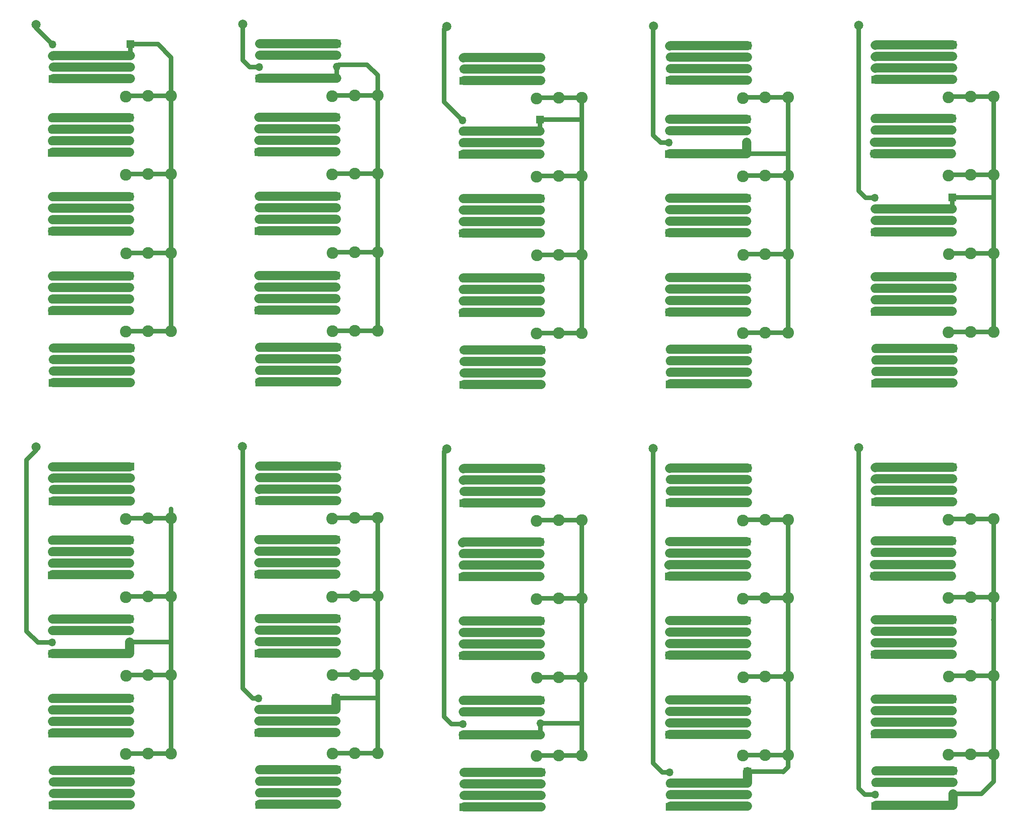
<source format=gbr>
%TF.GenerationSoftware,KiCad,Pcbnew,7.0.2*%
%TF.CreationDate,2023-05-17T16:33:11+02:00*%
%TF.ProjectId,78_1x39_1mm Solr tile,37382c31-7833-4392-9c31-6d6d20536f6c,rev?*%
%TF.SameCoordinates,Original*%
%TF.FileFunction,Copper,L2,Bot*%
%TF.FilePolarity,Positive*%
%FSLAX46Y46*%
G04 Gerber Fmt 4.6, Leading zero omitted, Abs format (unit mm)*
G04 Created by KiCad (PCBNEW 7.0.2) date 2023-05-17 16:33:11*
%MOMM*%
%LPD*%
G01*
G04 APERTURE LIST*
%TA.AperFunction,ComponentPad*%
%ADD10C,2.000000*%
%TD*%
%TA.AperFunction,ComponentPad*%
%ADD11R,1.700000X1.700000*%
%TD*%
%TA.AperFunction,ComponentPad*%
%ADD12O,1.700000X1.700000*%
%TD*%
%TA.AperFunction,ComponentPad*%
%ADD13C,2.600000*%
%TD*%
%TA.AperFunction,Conductor*%
%ADD14C,1.000000*%
%TD*%
%TA.AperFunction,Conductor*%
%ADD15C,2.000000*%
%TD*%
G04 APERTURE END LIST*
D10*
%TO.P,REF\u002A\u002A,1*%
%TO.N,N/C*%
X22520000Y-109770000D03*
%TD*%
%TO.P,REF\u002A\u002A,1*%
%TO.N,N/C*%
X68080000Y-109660000D03*
%TD*%
%TO.P,REF\u002A\u002A,1*%
%TO.N,N/C*%
X113170000Y-110190000D03*
%TD*%
%TO.P,REF\u002A\u002A,1*%
%TO.N,N/C*%
X158760000Y-110060000D03*
%TD*%
%TO.P,REF\u002A\u002A,1*%
%TO.N,N/C*%
X204110000Y-16620000D03*
%TD*%
%TO.P,REF\u002A\u002A,1*%
%TO.N,N/C*%
X158770000Y-16770000D03*
%TD*%
%TO.P,REF\u002A\u002A,1*%
%TO.N,N/C*%
X113210000Y-16880000D03*
%TD*%
%TO.P,REF\u002A\u002A,1*%
%TO.N,N/C*%
X68100000Y-16360000D03*
%TD*%
%TO.P,REF\u002A\u002A,1*%
%TO.N,N/C*%
X204130000Y-109950000D03*
%TD*%
D11*
%TO.P,REF\u002A\u002A,1*%
%TO.N,N/C*%
X43120000Y-130350000D03*
D12*
%TO.P,REF\u002A\u002A,2*%
X43120000Y-132890000D03*
%TO.P,REF\u002A\u002A,3*%
X43120000Y-135430000D03*
%TO.P,REF\u002A\u002A,4*%
X43120000Y-137970000D03*
%TD*%
D11*
%TO.P,REF\u002A\u002A,1*%
%TO.N,N/C*%
X25990000Y-138090000D03*
D12*
%TO.P,REF\u002A\u002A,2*%
X25990000Y-135550000D03*
%TO.P,REF\u002A\u002A,3*%
X25990000Y-133010000D03*
%TO.P,REF\u002A\u002A,4*%
X25990000Y-130470000D03*
%TD*%
D11*
%TO.P,REF\u002A\u002A,1*%
%TO.N,N/C*%
X43290000Y-114070000D03*
D12*
%TO.P,REF\u002A\u002A,2*%
X43290000Y-116610000D03*
%TO.P,REF\u002A\u002A,3*%
X43290000Y-119150000D03*
%TO.P,REF\u002A\u002A,4*%
X43290000Y-121690000D03*
%TD*%
D11*
%TO.P,REF\u002A\u002A,1*%
%TO.N,N/C*%
X26160000Y-121810000D03*
D12*
%TO.P,REF\u002A\u002A,2*%
X26160000Y-119270000D03*
%TO.P,REF\u002A\u002A,3*%
X26160000Y-116730000D03*
%TO.P,REF\u002A\u002A,4*%
X26160000Y-114190000D03*
%TD*%
D11*
%TO.P,REF\u002A\u002A,1*%
%TO.N,N/C*%
X26050000Y-155500000D03*
D12*
%TO.P,REF\u002A\u002A,2*%
X26050000Y-152960000D03*
%TO.P,REF\u002A\u002A,3*%
X26050000Y-150420000D03*
%TO.P,REF\u002A\u002A,4*%
X26050000Y-147880000D03*
%TD*%
D13*
%TO.P,REF\u002A\u002A,1*%
%TO.N,N/C*%
X233924448Y-142946015D03*
X228844448Y-142946015D03*
%TD*%
D11*
%TO.P,REF\u002A\u002A,1*%
%TO.N,N/C*%
X207754448Y-121966015D03*
D12*
%TO.P,REF\u002A\u002A,2*%
X207754448Y-119426015D03*
%TO.P,REF\u002A\u002A,3*%
X207754448Y-116886015D03*
%TO.P,REF\u002A\u002A,4*%
X207754448Y-114346015D03*
%TD*%
D13*
%TO.P,REF\u002A\u002A,1*%
%TO.N,N/C*%
X233924448Y-125646015D03*
X228844448Y-125646015D03*
%TD*%
%TO.P,REF\u002A\u002A,1*%
%TO.N,N/C*%
X223884448Y-125836015D03*
%TD*%
%TO.P,REF\u002A\u002A,1*%
%TO.N,N/C*%
X233924448Y-160326015D03*
X228844448Y-160326015D03*
%TD*%
%TO.P,REF\u002A\u002A,1*%
%TO.N,N/C*%
X223934448Y-177726015D03*
%TD*%
D11*
%TO.P,REF\u002A\u002A,1*%
%TO.N,N/C*%
X224754448Y-165476015D03*
D12*
%TO.P,REF\u002A\u002A,2*%
X224754448Y-168016015D03*
%TO.P,REF\u002A\u002A,3*%
X224754448Y-170556015D03*
%TO.P,REF\u002A\u002A,4*%
X224754448Y-173096015D03*
%TD*%
D11*
%TO.P,REF\u002A\u002A,1*%
%TO.N,N/C*%
X207624448Y-173216015D03*
D12*
%TO.P,REF\u002A\u002A,2*%
X207624448Y-170676015D03*
%TO.P,REF\u002A\u002A,3*%
X207624448Y-168136015D03*
%TO.P,REF\u002A\u002A,4*%
X207624448Y-165596015D03*
%TD*%
D13*
%TO.P,REF\u002A\u002A,1*%
%TO.N,N/C*%
X233924448Y-177626015D03*
X228844448Y-177626015D03*
%TD*%
%TO.P,REF\u002A\u002A,1*%
%TO.N,N/C*%
X223884448Y-143096015D03*
%TD*%
%TO.P,REF\u002A\u002A,1*%
%TO.N,N/C*%
X223994448Y-160436015D03*
%TD*%
D11*
%TO.P,REF\u002A\u002A,1*%
%TO.N,N/C*%
X116824448Y-122236015D03*
D12*
%TO.P,REF\u002A\u002A,2*%
X116824448Y-119696015D03*
%TO.P,REF\u002A\u002A,3*%
X116824448Y-117156015D03*
%TO.P,REF\u002A\u002A,4*%
X116824448Y-114616015D03*
%TD*%
D11*
%TO.P,REF\u002A\u002A,1*%
%TO.N,N/C*%
X133784448Y-130776015D03*
D12*
%TO.P,REF\u002A\u002A,2*%
X133784448Y-133316015D03*
%TO.P,REF\u002A\u002A,3*%
X133784448Y-135856015D03*
%TO.P,REF\u002A\u002A,4*%
X133784448Y-138396015D03*
%TD*%
D11*
%TO.P,REF\u002A\u002A,1*%
%TO.N,N/C*%
X116654448Y-138516015D03*
D12*
%TO.P,REF\u002A\u002A,2*%
X116654448Y-135976015D03*
%TO.P,REF\u002A\u002A,3*%
X116654448Y-133436015D03*
%TO.P,REF\u002A\u002A,4*%
X116654448Y-130896015D03*
%TD*%
D11*
%TO.P,REF\u002A\u002A,1*%
%TO.N,N/C*%
X133954448Y-114496015D03*
D12*
%TO.P,REF\u002A\u002A,2*%
X133954448Y-117036015D03*
%TO.P,REF\u002A\u002A,3*%
X133954448Y-119576015D03*
%TO.P,REF\u002A\u002A,4*%
X133954448Y-122116015D03*
%TD*%
D11*
%TO.P,REF\u002A\u002A,1*%
%TO.N,N/C*%
X207584448Y-138246015D03*
D12*
%TO.P,REF\u002A\u002A,2*%
X207584448Y-135706015D03*
%TO.P,REF\u002A\u002A,3*%
X207584448Y-133166015D03*
%TO.P,REF\u002A\u002A,4*%
X207584448Y-130626015D03*
%TD*%
D11*
%TO.P,REF\u002A\u002A,1*%
%TO.N,N/C*%
X207764448Y-189066015D03*
D12*
%TO.P,REF\u002A\u002A,2*%
X207764448Y-186526015D03*
%TO.P,REF\u002A\u002A,3*%
X207764448Y-183986015D03*
%TO.P,REF\u002A\u002A,4*%
X207764448Y-181446015D03*
%TD*%
D11*
%TO.P,REF\u002A\u002A,1*%
%TO.N,N/C*%
X224774448Y-147916015D03*
D12*
%TO.P,REF\u002A\u002A,2*%
X224774448Y-150456015D03*
%TO.P,REF\u002A\u002A,3*%
X224774448Y-152996015D03*
%TO.P,REF\u002A\u002A,4*%
X224774448Y-155536015D03*
%TD*%
D11*
%TO.P,REF\u002A\u002A,1*%
%TO.N,N/C*%
X224714448Y-130506015D03*
D12*
%TO.P,REF\u002A\u002A,2*%
X224714448Y-133046015D03*
%TO.P,REF\u002A\u002A,3*%
X224714448Y-135586015D03*
%TO.P,REF\u002A\u002A,4*%
X224714448Y-138126015D03*
%TD*%
D11*
%TO.P,REF\u002A\u002A,1*%
%TO.N,N/C*%
X224894448Y-181326015D03*
D12*
%TO.P,REF\u002A\u002A,2*%
X224894448Y-183866015D03*
%TO.P,REF\u002A\u002A,3*%
X224894448Y-186406015D03*
%TO.P,REF\u002A\u002A,4*%
X224894448Y-188946015D03*
%TD*%
D11*
%TO.P,REF\u002A\u002A,1*%
%TO.N,N/C*%
X224884448Y-114226015D03*
D12*
%TO.P,REF\u002A\u002A,2*%
X224884448Y-116766015D03*
%TO.P,REF\u002A\u002A,3*%
X224884448Y-119306015D03*
%TO.P,REF\u002A\u002A,4*%
X224884448Y-121846015D03*
%TD*%
D11*
%TO.P,REF\u002A\u002A,1*%
%TO.N,N/C*%
X207644448Y-155656015D03*
D12*
%TO.P,REF\u002A\u002A,2*%
X207644448Y-153116015D03*
%TO.P,REF\u002A\u002A,3*%
X207644448Y-150576015D03*
%TO.P,REF\u002A\u002A,4*%
X207644448Y-148036015D03*
%TD*%
D11*
%TO.P,REF\u002A\u002A,1*%
%TO.N,N/C*%
X179524448Y-114386015D03*
D12*
%TO.P,REF\u002A\u002A,2*%
X179524448Y-116926015D03*
%TO.P,REF\u002A\u002A,3*%
X179524448Y-119466015D03*
%TO.P,REF\u002A\u002A,4*%
X179524448Y-122006015D03*
%TD*%
D11*
%TO.P,REF\u002A\u002A,1*%
%TO.N,N/C*%
X162404448Y-189226015D03*
D12*
%TO.P,REF\u002A\u002A,2*%
X162404448Y-186686015D03*
%TO.P,REF\u002A\u002A,3*%
X162404448Y-184146015D03*
%TO.P,REF\u002A\u002A,4*%
X162404448Y-181606015D03*
%TD*%
D11*
%TO.P,REF\u002A\u002A,1*%
%TO.N,N/C*%
X179534448Y-181486015D03*
D12*
%TO.P,REF\u002A\u002A,2*%
X179534448Y-184026015D03*
%TO.P,REF\u002A\u002A,3*%
X179534448Y-186566015D03*
%TO.P,REF\u002A\u002A,4*%
X179534448Y-189106015D03*
%TD*%
D11*
%TO.P,REF\u002A\u002A,1*%
%TO.N,N/C*%
X43180000Y-147760000D03*
D12*
%TO.P,REF\u002A\u002A,2*%
X43180000Y-150300000D03*
%TO.P,REF\u002A\u002A,3*%
X43180000Y-152840000D03*
%TO.P,REF\u002A\u002A,4*%
X43180000Y-155380000D03*
%TD*%
D11*
%TO.P,REF\u002A\u002A,1*%
%TO.N,N/C*%
X162224448Y-138406015D03*
D12*
%TO.P,REF\u002A\u002A,2*%
X162224448Y-135866015D03*
%TO.P,REF\u002A\u002A,3*%
X162224448Y-133326015D03*
%TO.P,REF\u002A\u002A,4*%
X162224448Y-130786015D03*
%TD*%
D11*
%TO.P,REF\u002A\u002A,1*%
%TO.N,N/C*%
X162284448Y-155816015D03*
D12*
%TO.P,REF\u002A\u002A,2*%
X162284448Y-153276015D03*
%TO.P,REF\u002A\u002A,3*%
X162284448Y-150736015D03*
%TO.P,REF\u002A\u002A,4*%
X162284448Y-148196015D03*
%TD*%
D11*
%TO.P,REF\u002A\u002A,1*%
%TO.N,N/C*%
X133844448Y-148186015D03*
D12*
%TO.P,REF\u002A\u002A,2*%
X133844448Y-150726015D03*
%TO.P,REF\u002A\u002A,3*%
X133844448Y-153266015D03*
%TO.P,REF\u002A\u002A,4*%
X133844448Y-155806015D03*
%TD*%
D11*
%TO.P,REF\u002A\u002A,1*%
%TO.N,N/C*%
X179414448Y-148076015D03*
D12*
%TO.P,REF\u002A\u002A,2*%
X179414448Y-150616015D03*
%TO.P,REF\u002A\u002A,3*%
X179414448Y-153156015D03*
%TO.P,REF\u002A\u002A,4*%
X179414448Y-155696015D03*
%TD*%
D11*
%TO.P,REF\u002A\u002A,1*%
%TO.N,N/C*%
X116714448Y-155926015D03*
D12*
%TO.P,REF\u002A\u002A,2*%
X116714448Y-153386015D03*
%TO.P,REF\u002A\u002A,3*%
X116714448Y-150846015D03*
%TO.P,REF\u002A\u002A,4*%
X116714448Y-148306015D03*
%TD*%
D11*
%TO.P,REF\u002A\u002A,1*%
%TO.N,N/C*%
X179354448Y-130666015D03*
D12*
%TO.P,REF\u002A\u002A,2*%
X179354448Y-133206015D03*
%TO.P,REF\u002A\u002A,3*%
X179354448Y-135746015D03*
%TO.P,REF\u002A\u002A,4*%
X179354448Y-138286015D03*
%TD*%
D13*
%TO.P,REF\u002A\u002A,1*%
%TO.N,N/C*%
X188564448Y-160486015D03*
X183484448Y-160486015D03*
%TD*%
D11*
%TO.P,REF\u002A\u002A,1*%
%TO.N,N/C*%
X179394448Y-165636015D03*
D12*
%TO.P,REF\u002A\u002A,2*%
X179394448Y-168176015D03*
%TO.P,REF\u002A\u002A,3*%
X179394448Y-170716015D03*
%TO.P,REF\u002A\u002A,4*%
X179394448Y-173256015D03*
%TD*%
D11*
%TO.P,REF\u002A\u002A,1*%
%TO.N,N/C*%
X162264448Y-173376015D03*
D12*
%TO.P,REF\u002A\u002A,2*%
X162264448Y-170836015D03*
%TO.P,REF\u002A\u002A,3*%
X162264448Y-168296015D03*
%TO.P,REF\u002A\u002A,4*%
X162264448Y-165756015D03*
%TD*%
D11*
%TO.P,REF\u002A\u002A,1*%
%TO.N,N/C*%
X162394448Y-122126015D03*
D12*
%TO.P,REF\u002A\u002A,2*%
X162394448Y-119586015D03*
%TO.P,REF\u002A\u002A,3*%
X162394448Y-117046015D03*
%TO.P,REF\u002A\u002A,4*%
X162394448Y-114506015D03*
%TD*%
D13*
%TO.P,REF\u002A\u002A,1*%
%TO.N,N/C*%
X178574448Y-177886015D03*
%TD*%
%TO.P,REF\u002A\u002A,1*%
%TO.N,N/C*%
X188564448Y-143106015D03*
X183484448Y-143106015D03*
%TD*%
%TO.P,REF\u002A\u002A,1*%
%TO.N,N/C*%
X188564448Y-177786015D03*
X183484448Y-177786015D03*
%TD*%
%TO.P,REF\u002A\u002A,1*%
%TO.N,N/C*%
X178524448Y-143256015D03*
%TD*%
%TO.P,REF\u002A\u002A,1*%
%TO.N,N/C*%
X188564448Y-125806015D03*
X183484448Y-125806015D03*
%TD*%
%TO.P,REF\u002A\u002A,1*%
%TO.N,N/C*%
X178634448Y-160596015D03*
%TD*%
D11*
%TO.P,REF\u002A\u002A,1*%
%TO.N,N/C*%
X133824448Y-165746015D03*
D12*
%TO.P,REF\u002A\u002A,2*%
X133824448Y-168286015D03*
%TO.P,REF\u002A\u002A,3*%
X133824448Y-170826015D03*
%TO.P,REF\u002A\u002A,4*%
X133824448Y-173366015D03*
%TD*%
D13*
%TO.P,REF\u002A\u002A,1*%
%TO.N,N/C*%
X132954448Y-126106015D03*
%TD*%
%TO.P,REF\u002A\u002A,1*%
%TO.N,N/C*%
X142994448Y-125916015D03*
X137914448Y-125916015D03*
%TD*%
%TO.P,REF\u002A\u002A,1*%
%TO.N,N/C*%
X132954448Y-143366015D03*
%TD*%
%TO.P,REF\u002A\u002A,1*%
%TO.N,N/C*%
X133064448Y-160706015D03*
%TD*%
%TO.P,REF\u002A\u002A,1*%
%TO.N,N/C*%
X133004448Y-177996015D03*
%TD*%
D11*
%TO.P,REF\u002A\u002A,1*%
%TO.N,N/C*%
X116694448Y-173486015D03*
D12*
%TO.P,REF\u002A\u002A,2*%
X116694448Y-170946015D03*
%TO.P,REF\u002A\u002A,3*%
X116694448Y-168406015D03*
%TO.P,REF\u002A\u002A,4*%
X116694448Y-165866015D03*
%TD*%
D11*
%TO.P,REF\u002A\u002A,1*%
%TO.N,N/C*%
X116834448Y-189336015D03*
D12*
%TO.P,REF\u002A\u002A,2*%
X116834448Y-186796015D03*
%TO.P,REF\u002A\u002A,3*%
X116834448Y-184256015D03*
%TO.P,REF\u002A\u002A,4*%
X116834448Y-181716015D03*
%TD*%
D13*
%TO.P,REF\u002A\u002A,1*%
%TO.N,N/C*%
X178524448Y-125996015D03*
%TD*%
D11*
%TO.P,REF\u002A\u002A,1*%
%TO.N,N/C*%
X133964448Y-181596015D03*
D12*
%TO.P,REF\u002A\u002A,2*%
X133964448Y-184136015D03*
%TO.P,REF\u002A\u002A,3*%
X133964448Y-186676015D03*
%TO.P,REF\u002A\u002A,4*%
X133964448Y-189216015D03*
%TD*%
D13*
%TO.P,REF\u002A\u002A,1*%
%TO.N,N/C*%
X142994448Y-160596015D03*
X137914448Y-160596015D03*
%TD*%
%TO.P,REF\u002A\u002A,1*%
%TO.N,N/C*%
X142994448Y-177896015D03*
X137914448Y-177896015D03*
%TD*%
%TO.P,REF\u002A\u002A,1*%
%TO.N,N/C*%
X142994448Y-143216015D03*
X137914448Y-143216015D03*
%TD*%
D11*
%TO.P,REF\u002A\u002A,1*%
%TO.N,N/C*%
X88750000Y-147650000D03*
D12*
%TO.P,REF\u002A\u002A,2*%
X88750000Y-150190000D03*
%TO.P,REF\u002A\u002A,3*%
X88750000Y-152730000D03*
%TO.P,REF\u002A\u002A,4*%
X88750000Y-155270000D03*
%TD*%
D11*
%TO.P,REF\u002A\u002A,1*%
%TO.N,N/C*%
X88690000Y-130240000D03*
D12*
%TO.P,REF\u002A\u002A,2*%
X88690000Y-132780000D03*
%TO.P,REF\u002A\u002A,3*%
X88690000Y-135320000D03*
%TO.P,REF\u002A\u002A,4*%
X88690000Y-137860000D03*
%TD*%
D11*
%TO.P,REF\u002A\u002A,1*%
%TO.N,N/C*%
X88860000Y-113960000D03*
D12*
%TO.P,REF\u002A\u002A,2*%
X88860000Y-116500000D03*
%TO.P,REF\u002A\u002A,3*%
X88860000Y-119040000D03*
%TO.P,REF\u002A\u002A,4*%
X88860000Y-121580000D03*
%TD*%
D11*
%TO.P,REF\u002A\u002A,1*%
%TO.N,N/C*%
X71560000Y-137980000D03*
D12*
%TO.P,REF\u002A\u002A,2*%
X71560000Y-135440000D03*
%TO.P,REF\u002A\u002A,3*%
X71560000Y-132900000D03*
%TO.P,REF\u002A\u002A,4*%
X71560000Y-130360000D03*
%TD*%
D11*
%TO.P,REF\u002A\u002A,1*%
%TO.N,N/C*%
X88870000Y-181060000D03*
D12*
%TO.P,REF\u002A\u002A,2*%
X88870000Y-183600000D03*
%TO.P,REF\u002A\u002A,3*%
X88870000Y-186140000D03*
%TO.P,REF\u002A\u002A,4*%
X88870000Y-188680000D03*
%TD*%
D11*
%TO.P,REF\u002A\u002A,1*%
%TO.N,N/C*%
X71620000Y-155390000D03*
D12*
%TO.P,REF\u002A\u002A,2*%
X71620000Y-152850000D03*
%TO.P,REF\u002A\u002A,3*%
X71620000Y-150310000D03*
%TO.P,REF\u002A\u002A,4*%
X71620000Y-147770000D03*
%TD*%
D11*
%TO.P,REF\u002A\u002A,1*%
%TO.N,N/C*%
X71740000Y-188800000D03*
D12*
%TO.P,REF\u002A\u002A,2*%
X71740000Y-186260000D03*
%TO.P,REF\u002A\u002A,3*%
X71740000Y-183720000D03*
%TO.P,REF\u002A\u002A,4*%
X71740000Y-181180000D03*
%TD*%
D11*
%TO.P,REF\u002A\u002A,1*%
%TO.N,N/C*%
X88730000Y-165210000D03*
D12*
%TO.P,REF\u002A\u002A,2*%
X88730000Y-167750000D03*
%TO.P,REF\u002A\u002A,3*%
X88730000Y-170290000D03*
%TO.P,REF\u002A\u002A,4*%
X88730000Y-172830000D03*
%TD*%
D11*
%TO.P,REF\u002A\u002A,1*%
%TO.N,N/C*%
X71730000Y-121700000D03*
D12*
%TO.P,REF\u002A\u002A,2*%
X71730000Y-119160000D03*
%TO.P,REF\u002A\u002A,3*%
X71730000Y-116620000D03*
%TO.P,REF\u002A\u002A,4*%
X71730000Y-114080000D03*
%TD*%
D11*
%TO.P,REF\u002A\u002A,1*%
%TO.N,N/C*%
X71600000Y-172950000D03*
D12*
%TO.P,REF\u002A\u002A,2*%
X71600000Y-170410000D03*
%TO.P,REF\u002A\u002A,3*%
X71600000Y-167870000D03*
%TO.P,REF\u002A\u002A,4*%
X71600000Y-165330000D03*
%TD*%
D13*
%TO.P,REF\u002A\u002A,1*%
%TO.N,N/C*%
X87910000Y-177460000D03*
%TD*%
%TO.P,REF\u002A\u002A,1*%
%TO.N,N/C*%
X97900000Y-142680000D03*
X92820000Y-142680000D03*
%TD*%
%TO.P,REF\u002A\u002A,1*%
%TO.N,N/C*%
X87860000Y-142830000D03*
%TD*%
%TO.P,REF\u002A\u002A,1*%
%TO.N,N/C*%
X97900000Y-125380000D03*
X92820000Y-125380000D03*
%TD*%
%TO.P,REF\u002A\u002A,1*%
%TO.N,N/C*%
X97900000Y-177360000D03*
X92820000Y-177360000D03*
%TD*%
%TO.P,REF\u002A\u002A,1*%
%TO.N,N/C*%
X97900000Y-160060000D03*
X92820000Y-160060000D03*
%TD*%
%TO.P,REF\u002A\u002A,1*%
%TO.N,N/C*%
X87860000Y-125570000D03*
%TD*%
%TO.P,REF\u002A\u002A,1*%
%TO.N,N/C*%
X87970000Y-160170000D03*
%TD*%
D11*
%TO.P,REF\u002A\u002A,1*%
%TO.N,N/C*%
X26030000Y-173060000D03*
D12*
%TO.P,REF\u002A\u002A,2*%
X26030000Y-170520000D03*
%TO.P,REF\u002A\u002A,3*%
X26030000Y-167980000D03*
%TO.P,REF\u002A\u002A,4*%
X26030000Y-165440000D03*
%TD*%
D11*
%TO.P,REF\u002A\u002A,1*%
%TO.N,N/C*%
X26170000Y-188910000D03*
D12*
%TO.P,REF\u002A\u002A,2*%
X26170000Y-186370000D03*
%TO.P,REF\u002A\u002A,3*%
X26170000Y-183830000D03*
%TO.P,REF\u002A\u002A,4*%
X26170000Y-181290000D03*
%TD*%
D11*
%TO.P,REF\u002A\u002A,1*%
%TO.N,N/C*%
X43160000Y-165320000D03*
D12*
%TO.P,REF\u002A\u002A,2*%
X43160000Y-167860000D03*
%TO.P,REF\u002A\u002A,3*%
X43160000Y-170400000D03*
%TO.P,REF\u002A\u002A,4*%
X43160000Y-172940000D03*
%TD*%
D11*
%TO.P,REF\u002A\u002A,1*%
%TO.N,N/C*%
X43300000Y-181170000D03*
D12*
%TO.P,REF\u002A\u002A,2*%
X43300000Y-183710000D03*
%TO.P,REF\u002A\u002A,3*%
X43300000Y-186250000D03*
%TO.P,REF\u002A\u002A,4*%
X43300000Y-188790000D03*
%TD*%
D13*
%TO.P,REF\u002A\u002A,1*%
%TO.N,N/C*%
X42290000Y-125680000D03*
%TD*%
%TO.P,REF\u002A\u002A,1*%
%TO.N,N/C*%
X42290000Y-142940000D03*
%TD*%
%TO.P,REF\u002A\u002A,1*%
%TO.N,N/C*%
X52330000Y-125490000D03*
X47250000Y-125490000D03*
%TD*%
%TO.P,REF\u002A\u002A,1*%
%TO.N,N/C*%
X42340000Y-177570000D03*
%TD*%
%TO.P,REF\u002A\u002A,1*%
%TO.N,N/C*%
X42400000Y-160280000D03*
%TD*%
%TO.P,REF\u002A\u002A,1*%
%TO.N,N/C*%
X52330000Y-160170000D03*
X47250000Y-160170000D03*
%TD*%
%TO.P,REF\u002A\u002A,1*%
%TO.N,N/C*%
X52330000Y-142790000D03*
X47250000Y-142790000D03*
%TD*%
%TO.P,REF\u002A\u002A,1*%
%TO.N,N/C*%
X52330000Y-177470000D03*
X47250000Y-177470000D03*
%TD*%
D11*
%TO.P,REF\u002A\u002A,1*%
%TO.N,N/C*%
X224884448Y-20926015D03*
D12*
%TO.P,REF\u002A\u002A,2*%
X224884448Y-23466015D03*
%TO.P,REF\u002A\u002A,3*%
X224884448Y-26006015D03*
%TO.P,REF\u002A\u002A,4*%
X224884448Y-28546015D03*
%TD*%
D11*
%TO.P,REF\u002A\u002A,1*%
%TO.N,N/C*%
X207764448Y-95766015D03*
D12*
%TO.P,REF\u002A\u002A,2*%
X207764448Y-93226015D03*
%TO.P,REF\u002A\u002A,3*%
X207764448Y-90686015D03*
%TO.P,REF\u002A\u002A,4*%
X207764448Y-88146015D03*
%TD*%
D11*
%TO.P,REF\u002A\u002A,1*%
%TO.N,N/C*%
X224894448Y-88026015D03*
D12*
%TO.P,REF\u002A\u002A,2*%
X224894448Y-90566015D03*
%TO.P,REF\u002A\u002A,3*%
X224894448Y-93106015D03*
%TO.P,REF\u002A\u002A,4*%
X224894448Y-95646015D03*
%TD*%
D11*
%TO.P,REF\u002A\u002A,1*%
%TO.N,N/C*%
X207584448Y-44946015D03*
D12*
%TO.P,REF\u002A\u002A,2*%
X207584448Y-42406015D03*
%TO.P,REF\u002A\u002A,3*%
X207584448Y-39866015D03*
%TO.P,REF\u002A\u002A,4*%
X207584448Y-37326015D03*
%TD*%
D11*
%TO.P,REF\u002A\u002A,1*%
%TO.N,N/C*%
X207644448Y-62356015D03*
D12*
%TO.P,REF\u002A\u002A,2*%
X207644448Y-59816015D03*
%TO.P,REF\u002A\u002A,3*%
X207644448Y-57276015D03*
%TO.P,REF\u002A\u002A,4*%
X207644448Y-54736015D03*
%TD*%
D11*
%TO.P,REF\u002A\u002A,1*%
%TO.N,N/C*%
X224774448Y-54616015D03*
D12*
%TO.P,REF\u002A\u002A,2*%
X224774448Y-57156015D03*
%TO.P,REF\u002A\u002A,3*%
X224774448Y-59696015D03*
%TO.P,REF\u002A\u002A,4*%
X224774448Y-62236015D03*
%TD*%
D11*
%TO.P,REF\u002A\u002A,1*%
%TO.N,N/C*%
X224714448Y-37206015D03*
D12*
%TO.P,REF\u002A\u002A,2*%
X224714448Y-39746015D03*
%TO.P,REF\u002A\u002A,3*%
X224714448Y-42286015D03*
%TO.P,REF\u002A\u002A,4*%
X224714448Y-44826015D03*
%TD*%
D13*
%TO.P,REF\u002A\u002A,1*%
%TO.N,N/C*%
X233924448Y-67026015D03*
X228844448Y-67026015D03*
%TD*%
D11*
%TO.P,REF\u002A\u002A,1*%
%TO.N,N/C*%
X224754448Y-72176015D03*
D12*
%TO.P,REF\u002A\u002A,2*%
X224754448Y-74716015D03*
%TO.P,REF\u002A\u002A,3*%
X224754448Y-77256015D03*
%TO.P,REF\u002A\u002A,4*%
X224754448Y-79796015D03*
%TD*%
D11*
%TO.P,REF\u002A\u002A,1*%
%TO.N,N/C*%
X207624448Y-79916015D03*
D12*
%TO.P,REF\u002A\u002A,2*%
X207624448Y-77376015D03*
%TO.P,REF\u002A\u002A,3*%
X207624448Y-74836015D03*
%TO.P,REF\u002A\u002A,4*%
X207624448Y-72296015D03*
%TD*%
D11*
%TO.P,REF\u002A\u002A,1*%
%TO.N,N/C*%
X207754448Y-28666015D03*
D12*
%TO.P,REF\u002A\u002A,2*%
X207754448Y-26126015D03*
%TO.P,REF\u002A\u002A,3*%
X207754448Y-23586015D03*
%TO.P,REF\u002A\u002A,4*%
X207754448Y-21046015D03*
%TD*%
D13*
%TO.P,REF\u002A\u002A,1*%
%TO.N,N/C*%
X223934448Y-84426015D03*
%TD*%
%TO.P,REF\u002A\u002A,1*%
%TO.N,N/C*%
X233924448Y-49646015D03*
X228844448Y-49646015D03*
%TD*%
%TO.P,REF\u002A\u002A,1*%
%TO.N,N/C*%
X233924448Y-84326015D03*
X228844448Y-84326015D03*
%TD*%
%TO.P,REF\u002A\u002A,1*%
%TO.N,N/C*%
X223884448Y-49796015D03*
%TD*%
%TO.P,REF\u002A\u002A,1*%
%TO.N,N/C*%
X233924448Y-32346015D03*
X228844448Y-32346015D03*
%TD*%
%TO.P,REF\u002A\u002A,1*%
%TO.N,N/C*%
X223994448Y-67136015D03*
%TD*%
%TO.P,REF\u002A\u002A,1*%
%TO.N,N/C*%
X223884448Y-32536015D03*
%TD*%
D11*
%TO.P,REF\u002A\u002A,1*%
%TO.N,N/C*%
X133784448Y-37476015D03*
D12*
%TO.P,REF\u002A\u002A,2*%
X133784448Y-40016015D03*
%TO.P,REF\u002A\u002A,3*%
X133784448Y-42556015D03*
%TO.P,REF\u002A\u002A,4*%
X133784448Y-45096015D03*
%TD*%
D11*
%TO.P,REF\u002A\u002A,1*%
%TO.N,N/C*%
X116654448Y-45216015D03*
D12*
%TO.P,REF\u002A\u002A,2*%
X116654448Y-42676015D03*
%TO.P,REF\u002A\u002A,3*%
X116654448Y-40136015D03*
%TO.P,REF\u002A\u002A,4*%
X116654448Y-37596015D03*
%TD*%
%TO.P,REF\u002A\u002A,2*%
%TO.N,N/C*%
X133954448Y-23736015D03*
%TO.P,REF\u002A\u002A,3*%
X133954448Y-26276015D03*
%TO.P,REF\u002A\u002A,4*%
X133954448Y-28816015D03*
%TD*%
D11*
%TO.P,REF\u002A\u002A,1*%
%TO.N,N/C*%
X116824448Y-28936015D03*
D12*
%TO.P,REF\u002A\u002A,2*%
X116824448Y-26396015D03*
%TO.P,REF\u002A\u002A,3*%
X116824448Y-23856015D03*
%TD*%
D11*
%TO.P,REF\u002A\u002A,1*%
%TO.N,N/C*%
X116714448Y-62626015D03*
D12*
%TO.P,REF\u002A\u002A,2*%
X116714448Y-60086015D03*
%TO.P,REF\u002A\u002A,3*%
X116714448Y-57546015D03*
%TO.P,REF\u002A\u002A,4*%
X116714448Y-55006015D03*
%TD*%
D11*
%TO.P,REF\u002A\u002A,1*%
%TO.N,N/C*%
X133844448Y-54886015D03*
D12*
%TO.P,REF\u002A\u002A,2*%
X133844448Y-57426015D03*
%TO.P,REF\u002A\u002A,3*%
X133844448Y-59966015D03*
%TO.P,REF\u002A\u002A,4*%
X133844448Y-62506015D03*
%TD*%
D11*
%TO.P,REF\u002A\u002A,1*%
%TO.N,N/C*%
X179414448Y-54776015D03*
D12*
%TO.P,REF\u002A\u002A,2*%
X179414448Y-57316015D03*
%TO.P,REF\u002A\u002A,3*%
X179414448Y-59856015D03*
%TO.P,REF\u002A\u002A,4*%
X179414448Y-62396015D03*
%TD*%
D11*
%TO.P,REF\u002A\u002A,1*%
%TO.N,N/C*%
X179354448Y-37366015D03*
D12*
%TO.P,REF\u002A\u002A,2*%
X179354448Y-39906015D03*
%TO.P,REF\u002A\u002A,3*%
X179354448Y-42446015D03*
%TO.P,REF\u002A\u002A,4*%
X179354448Y-44986015D03*
%TD*%
D11*
%TO.P,REF\u002A\u002A,1*%
%TO.N,N/C*%
X179524448Y-21086015D03*
D12*
%TO.P,REF\u002A\u002A,2*%
X179524448Y-23626015D03*
%TO.P,REF\u002A\u002A,3*%
X179524448Y-26166015D03*
%TO.P,REF\u002A\u002A,4*%
X179524448Y-28706015D03*
%TD*%
D11*
%TO.P,REF\u002A\u002A,1*%
%TO.N,N/C*%
X162224448Y-45106015D03*
D12*
%TO.P,REF\u002A\u002A,2*%
X162224448Y-42566015D03*
%TO.P,REF\u002A\u002A,3*%
X162224448Y-40026015D03*
%TO.P,REF\u002A\u002A,4*%
X162224448Y-37486015D03*
%TD*%
D11*
%TO.P,REF\u002A\u002A,1*%
%TO.N,N/C*%
X179534448Y-88186015D03*
D12*
%TO.P,REF\u002A\u002A,2*%
X179534448Y-90726015D03*
%TO.P,REF\u002A\u002A,3*%
X179534448Y-93266015D03*
%TO.P,REF\u002A\u002A,4*%
X179534448Y-95806015D03*
%TD*%
D11*
%TO.P,REF\u002A\u002A,1*%
%TO.N,N/C*%
X162284448Y-62516015D03*
D12*
%TO.P,REF\u002A\u002A,2*%
X162284448Y-59976015D03*
%TO.P,REF\u002A\u002A,3*%
X162284448Y-57436015D03*
%TO.P,REF\u002A\u002A,4*%
X162284448Y-54896015D03*
%TD*%
D11*
%TO.P,REF\u002A\u002A,1*%
%TO.N,N/C*%
X162404448Y-95926015D03*
D12*
%TO.P,REF\u002A\u002A,2*%
X162404448Y-93386015D03*
%TO.P,REF\u002A\u002A,3*%
X162404448Y-90846015D03*
%TO.P,REF\u002A\u002A,4*%
X162404448Y-88306015D03*
%TD*%
D11*
%TO.P,REF\u002A\u002A,1*%
%TO.N,N/C*%
X179394448Y-72336015D03*
D12*
%TO.P,REF\u002A\u002A,2*%
X179394448Y-74876015D03*
%TO.P,REF\u002A\u002A,3*%
X179394448Y-77416015D03*
%TO.P,REF\u002A\u002A,4*%
X179394448Y-79956015D03*
%TD*%
D11*
%TO.P,REF\u002A\u002A,1*%
%TO.N,N/C*%
X162394448Y-28826015D03*
D12*
%TO.P,REF\u002A\u002A,2*%
X162394448Y-26286015D03*
%TO.P,REF\u002A\u002A,3*%
X162394448Y-23746015D03*
%TO.P,REF\u002A\u002A,4*%
X162394448Y-21206015D03*
%TD*%
D11*
%TO.P,REF\u002A\u002A,1*%
%TO.N,N/C*%
X162264448Y-80076015D03*
D12*
%TO.P,REF\u002A\u002A,2*%
X162264448Y-77536015D03*
%TO.P,REF\u002A\u002A,3*%
X162264448Y-74996015D03*
%TO.P,REF\u002A\u002A,4*%
X162264448Y-72456015D03*
%TD*%
D13*
%TO.P,REF\u002A\u002A,1*%
%TO.N,N/C*%
X178574448Y-84586015D03*
%TD*%
%TO.P,REF\u002A\u002A,1*%
%TO.N,N/C*%
X188564448Y-49806015D03*
X183484448Y-49806015D03*
%TD*%
%TO.P,REF\u002A\u002A,1*%
%TO.N,N/C*%
X178524448Y-49956015D03*
%TD*%
%TO.P,REF\u002A\u002A,1*%
%TO.N,N/C*%
X188564448Y-32506015D03*
X183484448Y-32506015D03*
%TD*%
%TO.P,REF\u002A\u002A,1*%
%TO.N,N/C*%
X188564448Y-84486015D03*
X183484448Y-84486015D03*
%TD*%
%TO.P,REF\u002A\u002A,1*%
%TO.N,N/C*%
X188564448Y-67186015D03*
X183484448Y-67186015D03*
%TD*%
%TO.P,REF\u002A\u002A,1*%
%TO.N,N/C*%
X178524448Y-32696015D03*
%TD*%
%TO.P,REF\u002A\u002A,1*%
%TO.N,N/C*%
X178634448Y-67296015D03*
%TD*%
D11*
%TO.P,REF\u002A\u002A,1*%
%TO.N,N/C*%
X116694448Y-80186015D03*
D12*
%TO.P,REF\u002A\u002A,2*%
X116694448Y-77646015D03*
%TO.P,REF\u002A\u002A,3*%
X116694448Y-75106015D03*
%TO.P,REF\u002A\u002A,4*%
X116694448Y-72566015D03*
%TD*%
D11*
%TO.P,REF\u002A\u002A,1*%
%TO.N,N/C*%
X116834448Y-96036015D03*
D12*
%TO.P,REF\u002A\u002A,2*%
X116834448Y-93496015D03*
%TO.P,REF\u002A\u002A,3*%
X116834448Y-90956015D03*
%TO.P,REF\u002A\u002A,4*%
X116834448Y-88416015D03*
%TD*%
D11*
%TO.P,REF\u002A\u002A,1*%
%TO.N,N/C*%
X133824448Y-72446015D03*
D12*
%TO.P,REF\u002A\u002A,2*%
X133824448Y-74986015D03*
%TO.P,REF\u002A\u002A,3*%
X133824448Y-77526015D03*
%TO.P,REF\u002A\u002A,4*%
X133824448Y-80066015D03*
%TD*%
D11*
%TO.P,REF\u002A\u002A,1*%
%TO.N,N/C*%
X133964448Y-88296015D03*
D12*
%TO.P,REF\u002A\u002A,2*%
X133964448Y-90836015D03*
%TO.P,REF\u002A\u002A,3*%
X133964448Y-93376015D03*
%TO.P,REF\u002A\u002A,4*%
X133964448Y-95916015D03*
%TD*%
D13*
%TO.P,REF\u002A\u002A,1*%
%TO.N,N/C*%
X132954448Y-32806015D03*
%TD*%
%TO.P,REF\u002A\u002A,1*%
%TO.N,N/C*%
X132954448Y-50066015D03*
%TD*%
%TO.P,REF\u002A\u002A,1*%
%TO.N,N/C*%
X142994448Y-32616015D03*
X137914448Y-32616015D03*
%TD*%
%TO.P,REF\u002A\u002A,1*%
%TO.N,N/C*%
X133004448Y-84696015D03*
%TD*%
%TO.P,REF\u002A\u002A,1*%
%TO.N,N/C*%
X133064448Y-67406015D03*
%TD*%
%TO.P,REF\u002A\u002A,1*%
%TO.N,N/C*%
X142994448Y-67296015D03*
X137914448Y-67296015D03*
%TD*%
%TO.P,REF\u002A\u002A,1*%
%TO.N,N/C*%
X142994448Y-49916015D03*
X137914448Y-49916015D03*
%TD*%
%TO.P,REF\u002A\u002A,1*%
%TO.N,N/C*%
X142994448Y-84596015D03*
X137914448Y-84596015D03*
%TD*%
D11*
%TO.P,REF\u002A\u002A,1*%
%TO.N,N/C*%
X88690000Y-36940000D03*
D12*
%TO.P,REF\u002A\u002A,2*%
X88690000Y-39480000D03*
%TO.P,REF\u002A\u002A,3*%
X88690000Y-42020000D03*
%TO.P,REF\u002A\u002A,4*%
X88690000Y-44560000D03*
%TD*%
D11*
%TO.P,REF\u002A\u002A,1*%
%TO.N,N/C*%
X71560000Y-44680000D03*
D12*
%TO.P,REF\u002A\u002A,2*%
X71560000Y-42140000D03*
%TO.P,REF\u002A\u002A,3*%
X71560000Y-39600000D03*
%TO.P,REF\u002A\u002A,4*%
X71560000Y-37060000D03*
%TD*%
D11*
%TO.P,REF\u002A\u002A,1*%
%TO.N,N/C*%
X88860000Y-20660000D03*
D12*
%TO.P,REF\u002A\u002A,2*%
X88860000Y-23200000D03*
%TO.P,REF\u002A\u002A,3*%
X88860000Y-25740000D03*
%TO.P,REF\u002A\u002A,4*%
X88860000Y-28280000D03*
%TD*%
D11*
%TO.P,REF\u002A\u002A,1*%
%TO.N,N/C*%
X71730000Y-28400000D03*
D12*
%TO.P,REF\u002A\u002A,2*%
X71730000Y-25860000D03*
%TO.P,REF\u002A\u002A,3*%
X71730000Y-23320000D03*
%TO.P,REF\u002A\u002A,4*%
X71730000Y-20780000D03*
%TD*%
D11*
%TO.P,REF\u002A\u002A,1*%
%TO.N,N/C*%
X71620000Y-62090000D03*
D12*
%TO.P,REF\u002A\u002A,2*%
X71620000Y-59550000D03*
%TO.P,REF\u002A\u002A,3*%
X71620000Y-57010000D03*
%TO.P,REF\u002A\u002A,4*%
X71620000Y-54470000D03*
%TD*%
D11*
%TO.P,REF\u002A\u002A,1*%
%TO.N,N/C*%
X88750000Y-54350000D03*
D12*
%TO.P,REF\u002A\u002A,2*%
X88750000Y-56890000D03*
%TO.P,REF\u002A\u002A,3*%
X88750000Y-59430000D03*
%TO.P,REF\u002A\u002A,4*%
X88750000Y-61970000D03*
%TD*%
D11*
%TO.P,REF\u002A\u002A,1*%
%TO.N,N/C*%
X71600000Y-79650000D03*
D12*
%TO.P,REF\u002A\u002A,2*%
X71600000Y-77110000D03*
%TO.P,REF\u002A\u002A,3*%
X71600000Y-74570000D03*
%TO.P,REF\u002A\u002A,4*%
X71600000Y-72030000D03*
%TD*%
D11*
%TO.P,REF\u002A\u002A,1*%
%TO.N,N/C*%
X71740000Y-95500000D03*
D12*
%TO.P,REF\u002A\u002A,2*%
X71740000Y-92960000D03*
%TO.P,REF\u002A\u002A,3*%
X71740000Y-90420000D03*
%TO.P,REF\u002A\u002A,4*%
X71740000Y-87880000D03*
%TD*%
D11*
%TO.P,REF\u002A\u002A,1*%
%TO.N,N/C*%
X88730000Y-71910000D03*
D12*
%TO.P,REF\u002A\u002A,2*%
X88730000Y-74450000D03*
%TO.P,REF\u002A\u002A,3*%
X88730000Y-76990000D03*
%TO.P,REF\u002A\u002A,4*%
X88730000Y-79530000D03*
%TD*%
D11*
%TO.P,REF\u002A\u002A,1*%
%TO.N,N/C*%
X88870000Y-87760000D03*
D12*
%TO.P,REF\u002A\u002A,2*%
X88870000Y-90300000D03*
%TO.P,REF\u002A\u002A,3*%
X88870000Y-92840000D03*
%TO.P,REF\u002A\u002A,4*%
X88870000Y-95380000D03*
%TD*%
D13*
%TO.P,REF\u002A\u002A,1*%
%TO.N,N/C*%
X87860000Y-32270000D03*
%TD*%
%TO.P,REF\u002A\u002A,1*%
%TO.N,N/C*%
X87860000Y-49530000D03*
%TD*%
%TO.P,REF\u002A\u002A,1*%
%TO.N,N/C*%
X97900000Y-32080000D03*
X92820000Y-32080000D03*
%TD*%
%TO.P,REF\u002A\u002A,1*%
%TO.N,N/C*%
X87910000Y-84160000D03*
%TD*%
%TO.P,REF\u002A\u002A,1*%
%TO.N,N/C*%
X87970000Y-66870000D03*
%TD*%
%TO.P,REF\u002A\u002A,1*%
%TO.N,N/C*%
X97900000Y-66760000D03*
X92820000Y-66760000D03*
%TD*%
%TO.P,REF\u002A\u002A,1*%
%TO.N,N/C*%
X97900000Y-49380000D03*
X92820000Y-49380000D03*
%TD*%
%TO.P,REF\u002A\u002A,1*%
%TO.N,N/C*%
X97900000Y-84060000D03*
X92820000Y-84060000D03*
%TD*%
D11*
%TO.P,REF\u002A\u002A,1*%
%TO.N,N/C*%
X43300000Y-87870000D03*
D12*
%TO.P,REF\u002A\u002A,2*%
X43300000Y-90410000D03*
%TO.P,REF\u002A\u002A,3*%
X43300000Y-92950000D03*
%TO.P,REF\u002A\u002A,4*%
X43300000Y-95490000D03*
%TD*%
D11*
%TO.P,REF\u002A\u002A,1*%
%TO.N,N/C*%
X26170000Y-95610000D03*
D12*
%TO.P,REF\u002A\u002A,2*%
X26170000Y-93070000D03*
%TO.P,REF\u002A\u002A,3*%
X26170000Y-90530000D03*
%TO.P,REF\u002A\u002A,4*%
X26170000Y-87990000D03*
%TD*%
D11*
%TO.P,REF\u002A\u002A,1*%
%TO.N,N/C*%
X43160000Y-72020000D03*
D12*
%TO.P,REF\u002A\u002A,2*%
X43160000Y-74560000D03*
%TO.P,REF\u002A\u002A,3*%
X43160000Y-77100000D03*
%TO.P,REF\u002A\u002A,4*%
X43160000Y-79640000D03*
%TD*%
D11*
%TO.P,REF\u002A\u002A,1*%
%TO.N,N/C*%
X26030000Y-79760000D03*
D12*
%TO.P,REF\u002A\u002A,2*%
X26030000Y-77220000D03*
%TO.P,REF\u002A\u002A,3*%
X26030000Y-74680000D03*
%TO.P,REF\u002A\u002A,4*%
X26030000Y-72140000D03*
%TD*%
D11*
%TO.P,REF\u002A\u002A,1*%
%TO.N,N/C*%
X43180000Y-54460000D03*
D12*
%TO.P,REF\u002A\u002A,2*%
X43180000Y-57000000D03*
%TO.P,REF\u002A\u002A,3*%
X43180000Y-59540000D03*
%TO.P,REF\u002A\u002A,4*%
X43180000Y-62080000D03*
%TD*%
D11*
%TO.P,REF\u002A\u002A,1*%
%TO.N,N/C*%
X26050000Y-62200000D03*
D12*
%TO.P,REF\u002A\u002A,2*%
X26050000Y-59660000D03*
%TO.P,REF\u002A\u002A,3*%
X26050000Y-57120000D03*
%TO.P,REF\u002A\u002A,4*%
X26050000Y-54580000D03*
%TD*%
D11*
%TO.P,REF\u002A\u002A,1*%
%TO.N,N/C*%
X43120000Y-37050000D03*
D12*
%TO.P,REF\u002A\u002A,2*%
X43120000Y-39590000D03*
%TO.P,REF\u002A\u002A,3*%
X43120000Y-42130000D03*
%TO.P,REF\u002A\u002A,4*%
X43120000Y-44670000D03*
%TD*%
D11*
%TO.P,REF\u002A\u002A,1*%
%TO.N,N/C*%
X25990000Y-44790000D03*
D12*
%TO.P,REF\u002A\u002A,2*%
X25990000Y-42250000D03*
%TO.P,REF\u002A\u002A,3*%
X25990000Y-39710000D03*
%TO.P,REF\u002A\u002A,4*%
X25990000Y-37170000D03*
%TD*%
D11*
%TO.P,REF\u002A\u002A,1*%
%TO.N,N/C*%
X43290000Y-20770000D03*
D12*
%TO.P,REF\u002A\u002A,2*%
X43290000Y-23310000D03*
%TO.P,REF\u002A\u002A,3*%
X43290000Y-25850000D03*
%TO.P,REF\u002A\u002A,4*%
X43290000Y-28390000D03*
%TD*%
D11*
%TO.P,REF\u002A\u002A,1*%
%TO.N,N/C*%
X26160000Y-28510000D03*
D12*
%TO.P,REF\u002A\u002A,2*%
X26160000Y-25970000D03*
%TO.P,REF\u002A\u002A,3*%
X26160000Y-23430000D03*
%TO.P,REF\u002A\u002A,4*%
X26160000Y-20890000D03*
%TD*%
D10*
%TO.P,REF\u002A\u002A,1*%
%TO.N,N/C*%
X22520000Y-16470000D03*
%TD*%
D13*
%TO.P,REF\u002A\u002A,1*%
%TO.N,N/C*%
X52330000Y-32190000D03*
X47250000Y-32190000D03*
%TD*%
%TO.P,REF\u002A\u002A,1*%
%TO.N,N/C*%
X42290000Y-49640000D03*
%TD*%
%TO.P,REF\u002A\u002A,1*%
%TO.N,N/C*%
X42290000Y-32380000D03*
%TD*%
%TO.P,REF\u002A\u002A,1*%
%TO.N,N/C*%
X52330000Y-49490000D03*
X47250000Y-49490000D03*
%TD*%
%TO.P,REF\u002A\u002A,1*%
%TO.N,N/C*%
X52330000Y-84170000D03*
X47250000Y-84170000D03*
%TD*%
%TO.P,REF\u002A\u002A,1*%
%TO.N,N/C*%
X42400000Y-66980000D03*
%TD*%
%TO.P,REF\u002A\u002A,1*%
%TO.N,N/C*%
X52330000Y-66870000D03*
X47250000Y-66870000D03*
%TD*%
%TO.P,REF\u002A\u002A,1*%
%TO.N,N/C*%
X42340000Y-84270000D03*
%TD*%
D14*
%TO.N,*%
X52140000Y-152840000D02*
X43180000Y-152840000D01*
X52330000Y-152650000D02*
X52140000Y-152840000D01*
X52330000Y-152650000D02*
X52330000Y-142790000D01*
X52330000Y-177470000D02*
X52330000Y-152650000D01*
X97720000Y-165210000D02*
X88730000Y-165210000D01*
X97900000Y-165030000D02*
X97720000Y-165210000D01*
X97900000Y-165030000D02*
X97900000Y-142680000D01*
X97900000Y-177360000D02*
X97900000Y-165030000D01*
X187296015Y-181486015D02*
X179534448Y-181486015D01*
X188564448Y-180425552D02*
X187400000Y-181590000D01*
X187400000Y-181590000D02*
X187296015Y-181486015D01*
X188564448Y-177786015D02*
X188564448Y-180425552D01*
X231203985Y-186406015D02*
X224894448Y-186406015D01*
X233924448Y-183685552D02*
X231203985Y-186406015D01*
X233924448Y-177626015D02*
X233924448Y-183685552D01*
D15*
X224774448Y-147916015D02*
X207764448Y-147916015D01*
D14*
X133824448Y-170826015D02*
X133824448Y-173366015D01*
D15*
X179534448Y-184026015D02*
X179534448Y-181486015D01*
X224894448Y-188946015D02*
X224894448Y-186406015D01*
D14*
X205426015Y-186526015D02*
X207764448Y-186526015D01*
X204114448Y-109926015D02*
X204114448Y-185214448D01*
X204114448Y-185214448D02*
X205426015Y-186526015D01*
X160776015Y-181606015D02*
X162404448Y-181606015D01*
X158754448Y-110086015D02*
X158754448Y-179584448D01*
X158754448Y-179584448D02*
X160776015Y-181606015D01*
D15*
X162344448Y-135746015D02*
X162224448Y-135866015D01*
X179354448Y-135746015D02*
X162344448Y-135746015D01*
D14*
X142920463Y-170826015D02*
X133824448Y-170826015D01*
X142994448Y-170900000D02*
X142920463Y-170826015D01*
X142994448Y-170900000D02*
X142994448Y-143216015D01*
X142994448Y-177896015D02*
X142994448Y-170900000D01*
X114196015Y-170946015D02*
X116694448Y-170946015D01*
X112604448Y-110776015D02*
X112604448Y-169354448D01*
X113184448Y-110196015D02*
X112604448Y-110776015D01*
X112604448Y-169354448D02*
X114196015Y-170946015D01*
D15*
X116774448Y-130776015D02*
X116654448Y-130896015D01*
X133784448Y-130776015D02*
X116774448Y-130776015D01*
X88730000Y-167750000D02*
X88730000Y-165210000D01*
D14*
X68090000Y-163070000D02*
X70350000Y-165330000D01*
X70350000Y-165330000D02*
X71600000Y-165330000D01*
X68090000Y-109660000D02*
X68090000Y-163070000D01*
D15*
X88860000Y-119040000D02*
X71850000Y-119040000D01*
X71850000Y-119040000D02*
X71730000Y-119160000D01*
X43180000Y-152840000D02*
X43180000Y-155380000D01*
D14*
X20420000Y-150470000D02*
X22910000Y-152960000D01*
X20420000Y-112650000D02*
X20420000Y-150470000D01*
X22910000Y-152960000D02*
X26050000Y-152960000D01*
X22520000Y-109770000D02*
X22520000Y-110550000D01*
X22520000Y-110550000D02*
X20420000Y-112650000D01*
D15*
X207874448Y-114226015D02*
X207754448Y-114346015D01*
X224884448Y-114226015D02*
X207874448Y-114226015D01*
X207874448Y-119306015D02*
X207754448Y-119426015D01*
X224884448Y-119306015D02*
X207874448Y-119306015D01*
X116944448Y-114496015D02*
X116824448Y-114616015D01*
X133954448Y-114496015D02*
X116944448Y-114496015D01*
X207874448Y-20926015D02*
X207754448Y-21046015D01*
X224884448Y-20926015D02*
X207874448Y-20926015D01*
X207874448Y-26006015D02*
X207754448Y-26126015D01*
X224884448Y-26006015D02*
X207874448Y-26006015D01*
X26160000Y-114190000D02*
X43170000Y-114190000D01*
D14*
X233924448Y-137736015D02*
X233924448Y-134676015D01*
X233924448Y-142946015D02*
X233924448Y-137736015D01*
D15*
X43300000Y-181170000D02*
X26290000Y-181170000D01*
X88860000Y-113960000D02*
X71850000Y-113960000D01*
X43180000Y-150300000D02*
X26170000Y-150300000D01*
X43180000Y-147760000D02*
X26170000Y-147760000D01*
X43290000Y-121690000D02*
X26280000Y-121690000D01*
X26280000Y-116610000D02*
X26160000Y-116730000D01*
X43290000Y-116610000D02*
X26280000Y-116610000D01*
X179524448Y-114386015D02*
X162514448Y-114386015D01*
X207584448Y-138246015D02*
X224594448Y-138246015D01*
X162514448Y-114386015D02*
X162394448Y-114506015D01*
X43180000Y-155380000D02*
X26170000Y-155380000D01*
X43160000Y-170400000D02*
X26150000Y-170400000D01*
X43160000Y-167860000D02*
X26150000Y-167860000D01*
X43300000Y-183710000D02*
X26290000Y-183710000D01*
X43120000Y-137970000D02*
X26110000Y-137970000D01*
X43120000Y-132890000D02*
X26110000Y-132890000D01*
X116944448Y-117036015D02*
X116824448Y-117156015D01*
X133964448Y-184136015D02*
X116954448Y-184136015D01*
X133844448Y-155806015D02*
X116834448Y-155806015D01*
D14*
X162321948Y-173356015D02*
X179266948Y-173356015D01*
X183484448Y-125806015D02*
X178714448Y-125806015D01*
X162369448Y-155756015D02*
X179339448Y-155756015D01*
X162484448Y-186826015D02*
X162354448Y-186956015D01*
D15*
X179354448Y-130666015D02*
X162344448Y-130666015D01*
X179414448Y-150616015D02*
X162404448Y-150616015D01*
X179414448Y-153156015D02*
X162404448Y-153156015D01*
D14*
X179129448Y-189306015D02*
X162119448Y-189306015D01*
X188564448Y-177786015D02*
X188564448Y-143106015D01*
D15*
X133824448Y-173366015D02*
X116814448Y-173366015D01*
X179534448Y-189106015D02*
X162524448Y-189106015D01*
X133784448Y-138396015D02*
X116774448Y-138396015D01*
X133844448Y-153266015D02*
X116834448Y-153266015D01*
X133954448Y-122116015D02*
X116944448Y-122116015D01*
X179534448Y-186566015D02*
X162524448Y-186566015D01*
X133954448Y-117036015D02*
X116944448Y-117036015D01*
X179394448Y-165636015D02*
X162384448Y-165636015D01*
X133784448Y-133316015D02*
X116774448Y-133316015D01*
D14*
X162224448Y-138406015D02*
X179194448Y-138406015D01*
X188564448Y-125806015D02*
X188564448Y-134836015D01*
X183484448Y-143106015D02*
X178674448Y-143106015D01*
D15*
X133824448Y-168286015D02*
X116814448Y-168286015D01*
D14*
X228844448Y-142946015D02*
X224034448Y-142946015D01*
X228844448Y-125646015D02*
X224074448Y-125646015D01*
X233924448Y-125646015D02*
X233924448Y-134676015D01*
D15*
X224754448Y-165476015D02*
X207744448Y-165476015D01*
X224774448Y-152996015D02*
X207764448Y-152996015D01*
X224714448Y-130506015D02*
X207704448Y-130506015D01*
D14*
X207729448Y-155596015D02*
X224699448Y-155596015D01*
X224489448Y-189146015D02*
X207479448Y-189146015D01*
X207681948Y-173196015D02*
X224626948Y-173196015D01*
D15*
X224774448Y-150456015D02*
X207764448Y-150456015D01*
X224894448Y-188946015D02*
X207884448Y-188946015D01*
D14*
X207844448Y-186666015D02*
X207714448Y-186796015D01*
D15*
X224894448Y-181326015D02*
X207884448Y-181326015D01*
X207874448Y-116766015D02*
X207754448Y-116886015D01*
D14*
X71657500Y-172930000D02*
X88602500Y-172930000D01*
X92820000Y-125380000D02*
X88050000Y-125380000D01*
X71820000Y-186400000D02*
X71690000Y-186530000D01*
D15*
X88870000Y-188680000D02*
X71860000Y-188680000D01*
D14*
X71560000Y-137980000D02*
X88530000Y-137980000D01*
D15*
X88750000Y-152730000D02*
X71740000Y-152730000D01*
D14*
X71705000Y-155330000D02*
X88675000Y-155330000D01*
D15*
X88690000Y-135320000D02*
X71680000Y-135320000D01*
D14*
X97900000Y-125380000D02*
X97900000Y-134410000D01*
D15*
X88690000Y-130240000D02*
X71680000Y-130240000D01*
D14*
X97900000Y-142680000D02*
X97900000Y-134410000D01*
X88465000Y-188880000D02*
X71455000Y-188880000D01*
D15*
X88870000Y-186140000D02*
X71860000Y-186140000D01*
D14*
X92820000Y-142680000D02*
X88010000Y-142680000D01*
D15*
X133844448Y-148186015D02*
X116834448Y-148186015D01*
X133964448Y-181596015D02*
X116954448Y-181596015D01*
X133844448Y-150726015D02*
X116834448Y-150726015D01*
X43160000Y-172940000D02*
X26150000Y-172940000D01*
X43120000Y-130350000D02*
X26110000Y-130350000D01*
X88870000Y-181060000D02*
X71860000Y-181060000D01*
X88750000Y-150190000D02*
X71740000Y-150190000D01*
X88690000Y-137860000D02*
X71680000Y-137860000D01*
X88750000Y-155270000D02*
X71740000Y-155270000D01*
X88730000Y-172830000D02*
X71720000Y-172830000D01*
X88730000Y-167750000D02*
X71720000Y-167750000D01*
X88870000Y-183600000D02*
X71860000Y-183600000D01*
X88730000Y-170290000D02*
X71720000Y-170290000D01*
X88690000Y-132780000D02*
X71680000Y-132780000D01*
X88750000Y-147650000D02*
X71740000Y-147650000D01*
X88860000Y-116500000D02*
X71850000Y-116500000D01*
X88860000Y-121580000D02*
X71850000Y-121580000D01*
D14*
X233924448Y-147986015D02*
X233854448Y-147916015D01*
X233924448Y-147986015D02*
X233924448Y-142946015D01*
X233924448Y-177626015D02*
X233924448Y-147986015D01*
X142994448Y-125916015D02*
X142994448Y-130776015D01*
D15*
X43160000Y-165320000D02*
X26150000Y-165320000D01*
D14*
X188564448Y-143106015D02*
X188564448Y-137896015D01*
X188564448Y-137896015D02*
X188564448Y-134836015D01*
D15*
X207584448Y-135706015D02*
X224594448Y-135706015D01*
X43290000Y-119150000D02*
X26280000Y-119150000D01*
D14*
X52330000Y-125490000D02*
X52330000Y-123450000D01*
X26135000Y-155440000D02*
X43105000Y-155440000D01*
X52330000Y-142790000D02*
X52330000Y-134520000D01*
D15*
X43300000Y-186250000D02*
X26290000Y-186250000D01*
D14*
X97900000Y-177360000D02*
X92820000Y-177360000D01*
X88010000Y-177360000D02*
X87910000Y-177460000D01*
X92820000Y-160060000D02*
X88080000Y-160060000D01*
X95180000Y-142680000D02*
X92820000Y-142680000D01*
X97900000Y-142680000D02*
X95180000Y-142680000D01*
X88010000Y-142680000D02*
X87860000Y-142830000D01*
X92820000Y-177360000D02*
X88010000Y-177360000D01*
X97900000Y-125380000D02*
X92820000Y-125380000D01*
X97900000Y-160060000D02*
X92820000Y-160060000D01*
X88080000Y-160060000D02*
X87970000Y-160170000D01*
X88050000Y-125380000D02*
X87860000Y-125570000D01*
X133174448Y-160596015D02*
X133064448Y-160706015D01*
X140274448Y-143216015D02*
X137914448Y-143216015D01*
X137914448Y-125916015D02*
X133144448Y-125916015D01*
X137914448Y-143216015D02*
X133104448Y-143216015D01*
X137914448Y-160596015D02*
X133174448Y-160596015D01*
X133104448Y-177896015D02*
X133004448Y-177996015D01*
X142994448Y-125916015D02*
X137914448Y-125916015D01*
X142994448Y-160596015D02*
X137914448Y-160596015D01*
X133144448Y-125916015D02*
X132954448Y-126106015D01*
X142994448Y-143216015D02*
X140274448Y-143216015D01*
X133104448Y-143216015D02*
X132954448Y-143366015D01*
X137914448Y-177896015D02*
X133104448Y-177896015D01*
X142994448Y-177896015D02*
X137914448Y-177896015D01*
X116751948Y-173466015D02*
X133696948Y-173466015D01*
X142994448Y-125916015D02*
X142994448Y-134946015D01*
X116654448Y-138516015D02*
X133624448Y-138516015D01*
X133559448Y-189416015D02*
X116549448Y-189416015D01*
X116914448Y-186936015D02*
X116784448Y-187066015D01*
D15*
X179414448Y-155696015D02*
X162404448Y-155696015D01*
X179394448Y-173256015D02*
X162384448Y-173256015D01*
X179534448Y-184026015D02*
X162524448Y-184026015D01*
X179354448Y-133206015D02*
X162344448Y-133206015D01*
X133964448Y-186676015D02*
X116954448Y-186676015D01*
D14*
X183484448Y-177786015D02*
X178674448Y-177786015D01*
X178674448Y-177786015D02*
X178574448Y-177886015D01*
D15*
X179524448Y-122006015D02*
X162514448Y-122006015D01*
X179394448Y-170716015D02*
X162384448Y-170716015D01*
X179414448Y-148076015D02*
X162404448Y-148076015D01*
D14*
X185844448Y-143106015D02*
X183484448Y-143106015D01*
X188564448Y-160486015D02*
X183484448Y-160486015D01*
D15*
X133954448Y-119576015D02*
X116944448Y-119576015D01*
X133964448Y-189216015D02*
X116954448Y-189216015D01*
D14*
X188564448Y-177786015D02*
X183484448Y-177786015D01*
X188564448Y-125806015D02*
X183484448Y-125806015D01*
X183484448Y-160486015D02*
X178744448Y-160486015D01*
X178744448Y-160486015D02*
X178634448Y-160596015D01*
D15*
X133824448Y-165746015D02*
X116814448Y-165746015D01*
D14*
X142994448Y-143216015D02*
X142994448Y-134946015D01*
X188564448Y-143106015D02*
X185844448Y-143106015D01*
X178714448Y-125806015D02*
X178524448Y-125996015D01*
D15*
X133784448Y-135856015D02*
X116774448Y-135856015D01*
X179524448Y-116926015D02*
X162514448Y-116926015D01*
D14*
X116799448Y-155866015D02*
X133769448Y-155866015D01*
D15*
X179394448Y-168176015D02*
X162384448Y-168176015D01*
D14*
X178674448Y-143106015D02*
X178524448Y-143256015D01*
D15*
X179354448Y-138286015D02*
X162344448Y-138286015D01*
X43300000Y-188790000D02*
X26290000Y-188790000D01*
X43120000Y-135430000D02*
X26110000Y-135430000D01*
X179524448Y-119466015D02*
X162514448Y-119466015D01*
D14*
X25990000Y-138090000D02*
X42960000Y-138090000D01*
X26250000Y-186510000D02*
X26120000Y-186640000D01*
X42895000Y-188990000D02*
X25885000Y-188990000D01*
X52330000Y-125490000D02*
X52330000Y-134520000D01*
X26087500Y-173040000D02*
X43032500Y-173040000D01*
X47250000Y-142790000D02*
X42440000Y-142790000D01*
X47250000Y-125490000D02*
X42480000Y-125490000D01*
X52330000Y-160170000D02*
X47250000Y-160170000D01*
X42510000Y-160170000D02*
X42400000Y-160280000D01*
X42480000Y-125490000D02*
X42290000Y-125680000D01*
X52330000Y-177470000D02*
X47250000Y-177470000D01*
X42440000Y-177470000D02*
X42340000Y-177570000D01*
X47250000Y-160170000D02*
X42510000Y-160170000D01*
X49610000Y-142790000D02*
X47250000Y-142790000D01*
X52330000Y-125490000D02*
X47250000Y-125490000D01*
X52330000Y-142790000D02*
X49610000Y-142790000D01*
X42440000Y-142790000D02*
X42290000Y-142940000D01*
X47250000Y-177470000D02*
X42440000Y-177470000D01*
D15*
X224754448Y-168016015D02*
X207744448Y-168016015D01*
D14*
X233924448Y-160326015D02*
X228844448Y-160326015D01*
X233924448Y-177626015D02*
X228844448Y-177626015D01*
D15*
X224754448Y-170556015D02*
X207744448Y-170556015D01*
D14*
X228844448Y-160326015D02*
X224104448Y-160326015D01*
D15*
X224884448Y-121846015D02*
X207874448Y-121846015D01*
X224754448Y-173096015D02*
X207744448Y-173096015D01*
D14*
X224034448Y-177626015D02*
X223934448Y-177726015D01*
X233924448Y-125646015D02*
X228844448Y-125646015D01*
D15*
X224774448Y-155536015D02*
X207764448Y-155536015D01*
X224894448Y-183866015D02*
X207884448Y-183866015D01*
X224884448Y-116766015D02*
X207874448Y-116766015D01*
X224714448Y-133046015D02*
X207704448Y-133046015D01*
D14*
X228844448Y-177626015D02*
X224034448Y-177626015D01*
X224074448Y-125646015D02*
X223884448Y-125836015D01*
X224034448Y-142946015D02*
X223884448Y-143096015D01*
X231204448Y-142946015D02*
X228844448Y-142946015D01*
X224104448Y-160326015D02*
X223994448Y-160436015D01*
X233924448Y-142946015D02*
X231204448Y-142946015D01*
X224774448Y-54616015D02*
X224774448Y-57156015D01*
X233924448Y-54686015D02*
X233854448Y-54616015D01*
X233924448Y-54686015D02*
X233924448Y-49646015D01*
X233924448Y-84326015D02*
X233924448Y-54686015D01*
X233854448Y-54616015D02*
X224774448Y-54616015D01*
D15*
X207584448Y-44946015D02*
X224594448Y-44946015D01*
D14*
X204114448Y-53236015D02*
X205614448Y-54736015D01*
X205614448Y-54736015D02*
X207644448Y-54736015D01*
X204114448Y-16626015D02*
X204114448Y-53236015D01*
D15*
X207584448Y-42406015D02*
X224594448Y-42406015D01*
X162514448Y-21086015D02*
X162394448Y-21206015D01*
X179524448Y-21086015D02*
X162514448Y-21086015D01*
X179524448Y-26166015D02*
X162514448Y-26166015D01*
D14*
X207681948Y-79896015D02*
X224626948Y-79896015D01*
X228844448Y-32346015D02*
X224074448Y-32346015D01*
X207729448Y-62296015D02*
X224699448Y-62296015D01*
X207844448Y-93366015D02*
X207714448Y-93496015D01*
D15*
X224714448Y-37206015D02*
X207704448Y-37206015D01*
X224774448Y-57156015D02*
X207764448Y-57156015D01*
X224774448Y-59696015D02*
X207764448Y-59696015D01*
D14*
X224489448Y-95846015D02*
X207479448Y-95846015D01*
D15*
X224894448Y-88026015D02*
X207884448Y-88026015D01*
X224894448Y-95646015D02*
X207884448Y-95646015D01*
X207874448Y-23466015D02*
X207754448Y-23586015D01*
X224894448Y-93106015D02*
X207884448Y-93106015D01*
X224754448Y-72176015D02*
X207744448Y-72176015D01*
D14*
X233924448Y-32346015D02*
X233924448Y-41376015D01*
X228844448Y-49646015D02*
X224034448Y-49646015D01*
X233924448Y-49646015D02*
X233924448Y-44436015D01*
X233924448Y-44436015D02*
X233924448Y-41376015D01*
D15*
X224774448Y-62236015D02*
X207764448Y-62236015D01*
X224754448Y-79796015D02*
X207744448Y-79796015D01*
X224894448Y-90566015D02*
X207884448Y-90566015D01*
X224714448Y-39746015D02*
X207704448Y-39746015D01*
D14*
X228844448Y-84326015D02*
X224034448Y-84326015D01*
X224034448Y-84326015D02*
X223934448Y-84426015D01*
D15*
X224884448Y-28546015D02*
X207874448Y-28546015D01*
X224754448Y-77256015D02*
X207744448Y-77256015D01*
D14*
X231204448Y-49646015D02*
X228844448Y-49646015D01*
X233924448Y-67026015D02*
X228844448Y-67026015D01*
X233924448Y-84326015D02*
X228844448Y-84326015D01*
X233924448Y-32346015D02*
X228844448Y-32346015D01*
X228844448Y-67026015D02*
X224104448Y-67026015D01*
X224104448Y-67026015D02*
X223994448Y-67136015D01*
X233924448Y-49646015D02*
X231204448Y-49646015D01*
X224074448Y-32346015D02*
X223884448Y-32536015D01*
D15*
X224884448Y-23466015D02*
X207874448Y-23466015D01*
X224754448Y-74716015D02*
X207744448Y-74716015D01*
D14*
X224034448Y-49646015D02*
X223884448Y-49796015D01*
X188564448Y-44596015D02*
X188564448Y-41536015D01*
X188564448Y-44596015D02*
X188174448Y-44986015D01*
X188174448Y-44986015D02*
X179354448Y-44986015D01*
X188564448Y-49806015D02*
X188564448Y-44596015D01*
D15*
X179354448Y-44986015D02*
X179354448Y-42446015D01*
D14*
X133784448Y-37476015D02*
X133784448Y-40016015D01*
X160424448Y-42566015D02*
X162224448Y-42566015D01*
X158754448Y-40896015D02*
X160424448Y-42566015D01*
X158754448Y-16786015D02*
X158754448Y-40896015D01*
X142994448Y-32616015D02*
X142994448Y-37476015D01*
X142994448Y-37476015D02*
X133784448Y-37476015D01*
X69658433Y-25860000D02*
X71730000Y-25860000D01*
X68090000Y-16360000D02*
X68090000Y-24291567D01*
X68090000Y-24291567D02*
X69658433Y-25860000D01*
D15*
X88860000Y-20660000D02*
X71850000Y-20660000D01*
D14*
X112604448Y-33546015D02*
X116654448Y-37596015D01*
X112604448Y-17476015D02*
X112604448Y-33546015D01*
X113184448Y-16896015D02*
X112604448Y-17476015D01*
D15*
X133964448Y-88296015D02*
X116954448Y-88296015D01*
X133844448Y-57426015D02*
X116834448Y-57426015D01*
X133844448Y-54886015D02*
X116834448Y-54886015D01*
X133954448Y-28816015D02*
X116944448Y-28816015D01*
X116944448Y-23736015D02*
X116824448Y-23856015D01*
X133954448Y-23736015D02*
X116944448Y-23736015D01*
X133844448Y-62506015D02*
X116834448Y-62506015D01*
X133824448Y-77526015D02*
X116814448Y-77526015D01*
X133824448Y-74986015D02*
X116814448Y-74986015D01*
X133964448Y-90836015D02*
X116954448Y-90836015D01*
X133784448Y-45096015D02*
X116774448Y-45096015D01*
X133784448Y-40016015D02*
X116774448Y-40016015D01*
D14*
X162321948Y-80056015D02*
X179266948Y-80056015D01*
X183484448Y-32506015D02*
X178714448Y-32506015D01*
X162484448Y-93526015D02*
X162354448Y-93656015D01*
D15*
X179534448Y-95806015D02*
X162524448Y-95806015D01*
D14*
X162224448Y-45106015D02*
X179194448Y-45106015D01*
D15*
X179414448Y-59856015D02*
X162404448Y-59856015D01*
D14*
X162369448Y-62456015D02*
X179339448Y-62456015D01*
X188564448Y-32506015D02*
X188564448Y-41536015D01*
D15*
X179354448Y-37366015D02*
X162344448Y-37366015D01*
X179394448Y-72336015D02*
X162384448Y-72336015D01*
D14*
X179129448Y-96006015D02*
X162119448Y-96006015D01*
X188564448Y-84486015D02*
X188564448Y-49806015D01*
D15*
X179534448Y-93266015D02*
X162524448Y-93266015D01*
D14*
X183484448Y-49806015D02*
X178674448Y-49806015D01*
D15*
X133824448Y-80066015D02*
X116814448Y-80066015D01*
X133844448Y-59966015D02*
X116834448Y-59966015D01*
X179534448Y-88186015D02*
X162524448Y-88186015D01*
X179414448Y-57316015D02*
X162404448Y-57316015D01*
X179354448Y-44986015D02*
X162344448Y-44986015D01*
X179414448Y-62396015D02*
X162404448Y-62396015D01*
X179394448Y-79956015D02*
X162384448Y-79956015D01*
X179394448Y-74876015D02*
X162384448Y-74876015D01*
X179534448Y-90726015D02*
X162524448Y-90726015D01*
X179394448Y-77416015D02*
X162384448Y-77416015D01*
X179354448Y-39906015D02*
X162344448Y-39906015D01*
X179414448Y-54776015D02*
X162404448Y-54776015D01*
X179524448Y-23626015D02*
X162514448Y-23626015D01*
X179524448Y-28706015D02*
X162514448Y-28706015D01*
X133824448Y-72446015D02*
X116814448Y-72446015D01*
X133954448Y-26276015D02*
X116944448Y-26276015D01*
D14*
X116799448Y-62566015D02*
X133769448Y-62566015D01*
X142994448Y-49916015D02*
X142994448Y-41646015D01*
X142994448Y-84596015D02*
X142994448Y-49916015D01*
D15*
X133964448Y-93376015D02*
X116954448Y-93376015D01*
D14*
X188564448Y-84486015D02*
X183484448Y-84486015D01*
X178674448Y-84486015D02*
X178574448Y-84586015D01*
X183484448Y-67186015D02*
X178744448Y-67186015D01*
X185844448Y-49806015D02*
X183484448Y-49806015D01*
X188564448Y-49806015D02*
X185844448Y-49806015D01*
X178674448Y-49806015D02*
X178524448Y-49956015D01*
X183484448Y-84486015D02*
X178674448Y-84486015D01*
X188564448Y-32506015D02*
X183484448Y-32506015D01*
X188564448Y-67186015D02*
X183484448Y-67186015D01*
X178744448Y-67186015D02*
X178634448Y-67296015D01*
X178714448Y-32506015D02*
X178524448Y-32696015D01*
D15*
X133964448Y-95916015D02*
X116954448Y-95916015D01*
X133784448Y-42556015D02*
X116774448Y-42556015D01*
D14*
X116654448Y-45216015D02*
X133624448Y-45216015D01*
X116914448Y-93636015D02*
X116784448Y-93766015D01*
X133559448Y-96116015D02*
X116549448Y-96116015D01*
X142994448Y-32616015D02*
X142994448Y-41646015D01*
X116751948Y-80166015D02*
X133696948Y-80166015D01*
X137914448Y-49916015D02*
X133104448Y-49916015D01*
X137914448Y-32616015D02*
X133144448Y-32616015D01*
X142994448Y-67296015D02*
X137914448Y-67296015D01*
X133174448Y-67296015D02*
X133064448Y-67406015D01*
X133144448Y-32616015D02*
X132954448Y-32806015D01*
X142994448Y-84596015D02*
X137914448Y-84596015D01*
X133104448Y-84596015D02*
X133004448Y-84696015D01*
X137914448Y-67296015D02*
X133174448Y-67296015D01*
X140274448Y-49916015D02*
X137914448Y-49916015D01*
X142994448Y-32616015D02*
X137914448Y-32616015D01*
X142994448Y-49916015D02*
X140274448Y-49916015D01*
X133104448Y-49916015D02*
X132954448Y-50066015D01*
X137914448Y-84596015D02*
X133104448Y-84596015D01*
X88860000Y-25740000D02*
X88860000Y-28280000D01*
X89290000Y-25310000D02*
X88860000Y-25740000D01*
X97900000Y-27610000D02*
X95600000Y-25310000D01*
X95600000Y-25310000D02*
X89290000Y-25310000D01*
X97900000Y-32080000D02*
X97900000Y-27610000D01*
D15*
X88870000Y-87760000D02*
X71860000Y-87760000D01*
X88750000Y-56890000D02*
X71740000Y-56890000D01*
X88750000Y-54350000D02*
X71740000Y-54350000D01*
X88860000Y-28280000D02*
X71850000Y-28280000D01*
X88860000Y-23200000D02*
X71850000Y-23200000D01*
X88750000Y-61970000D02*
X71740000Y-61970000D01*
X88730000Y-76990000D02*
X71720000Y-76990000D01*
X88730000Y-74450000D02*
X71720000Y-74450000D01*
X88870000Y-90300000D02*
X71860000Y-90300000D01*
X88690000Y-44560000D02*
X71680000Y-44560000D01*
X88690000Y-39480000D02*
X71680000Y-39480000D01*
X88730000Y-79530000D02*
X71720000Y-79530000D01*
X88750000Y-59430000D02*
X71740000Y-59430000D01*
X88690000Y-36940000D02*
X71680000Y-36940000D01*
X88730000Y-71910000D02*
X71720000Y-71910000D01*
D14*
X97900000Y-32080000D02*
X97900000Y-30040000D01*
X71705000Y-62030000D02*
X88675000Y-62030000D01*
X97900000Y-49380000D02*
X97900000Y-41110000D01*
X97900000Y-84060000D02*
X97900000Y-49380000D01*
D15*
X88870000Y-92840000D02*
X71860000Y-92840000D01*
X88870000Y-95380000D02*
X71860000Y-95380000D01*
X88690000Y-42020000D02*
X71680000Y-42020000D01*
D14*
X71560000Y-44680000D02*
X88530000Y-44680000D01*
X71820000Y-93100000D02*
X71690000Y-93230000D01*
X88465000Y-95580000D02*
X71455000Y-95580000D01*
X97900000Y-32080000D02*
X97900000Y-41110000D01*
X71657500Y-79630000D02*
X88602500Y-79630000D01*
X92820000Y-49380000D02*
X88010000Y-49380000D01*
X92820000Y-32080000D02*
X88050000Y-32080000D01*
X97900000Y-66760000D02*
X92820000Y-66760000D01*
X88080000Y-66760000D02*
X87970000Y-66870000D01*
X88050000Y-32080000D02*
X87860000Y-32270000D01*
X97900000Y-84060000D02*
X92820000Y-84060000D01*
X88010000Y-84060000D02*
X87910000Y-84160000D01*
X92820000Y-66760000D02*
X88080000Y-66760000D01*
X95180000Y-49380000D02*
X92820000Y-49380000D01*
X97900000Y-32080000D02*
X92820000Y-32080000D01*
X97900000Y-49380000D02*
X95180000Y-49380000D01*
X88010000Y-49380000D02*
X87860000Y-49530000D01*
X92820000Y-84060000D02*
X88010000Y-84060000D01*
X43290000Y-20770000D02*
X43290000Y-23310000D01*
D15*
X26280000Y-23310000D02*
X26160000Y-23430000D01*
X43290000Y-23310000D02*
X26280000Y-23310000D01*
D14*
X22520000Y-17250000D02*
X26160000Y-20890000D01*
X22520000Y-16470000D02*
X22520000Y-17250000D01*
X49380000Y-20770000D02*
X43290000Y-20770000D01*
X52330000Y-23720000D02*
X49380000Y-20770000D01*
X52330000Y-32190000D02*
X52330000Y-23720000D01*
D15*
X43290000Y-25850000D02*
X26280000Y-25850000D01*
X43290000Y-28390000D02*
X26280000Y-28390000D01*
X43120000Y-37050000D02*
X26110000Y-37050000D01*
X43120000Y-39590000D02*
X26110000Y-39590000D01*
X43120000Y-42130000D02*
X26110000Y-42130000D01*
X43120000Y-44670000D02*
X26110000Y-44670000D01*
X43180000Y-54460000D02*
X26170000Y-54460000D01*
X43180000Y-57000000D02*
X26170000Y-57000000D01*
X43180000Y-59540000D02*
X26170000Y-59540000D01*
X43180000Y-62080000D02*
X26170000Y-62080000D01*
X43160000Y-72020000D02*
X26150000Y-72020000D01*
X43160000Y-74560000D02*
X26150000Y-74560000D01*
X43160000Y-77100000D02*
X26150000Y-77100000D01*
X43160000Y-79640000D02*
X26150000Y-79640000D01*
X43300000Y-87870000D02*
X26290000Y-87870000D01*
X43300000Y-90410000D02*
X26290000Y-90410000D01*
X43300000Y-95490000D02*
X26290000Y-95490000D01*
X43300000Y-92950000D02*
X26290000Y-92950000D01*
D14*
X52330000Y-32190000D02*
X52330000Y-30150000D01*
X52330000Y-49490000D02*
X52330000Y-41220000D01*
X52330000Y-84170000D02*
X52330000Y-49490000D01*
X26250000Y-93210000D02*
X26120000Y-93340000D01*
X42895000Y-95690000D02*
X25885000Y-95690000D01*
X52330000Y-32190000D02*
X52330000Y-41220000D01*
X25990000Y-44790000D02*
X42960000Y-44790000D01*
X26135000Y-62140000D02*
X43105000Y-62140000D01*
X26087500Y-79740000D02*
X43032500Y-79740000D01*
X49610000Y-49490000D02*
X47250000Y-49490000D01*
X52330000Y-49490000D02*
X49610000Y-49490000D01*
X42440000Y-84170000D02*
X42340000Y-84270000D01*
X47250000Y-66870000D02*
X42510000Y-66870000D01*
X42440000Y-49490000D02*
X42290000Y-49640000D01*
X52330000Y-32190000D02*
X47250000Y-32190000D01*
X47250000Y-84170000D02*
X42440000Y-84170000D01*
X42480000Y-32190000D02*
X42290000Y-32380000D01*
X52330000Y-84170000D02*
X47250000Y-84170000D01*
X52330000Y-66870000D02*
X47250000Y-66870000D01*
X42510000Y-66870000D02*
X42400000Y-66980000D01*
X47250000Y-32190000D02*
X42480000Y-32190000D01*
X47250000Y-49490000D02*
X42440000Y-49490000D01*
%TD*%
M02*

</source>
